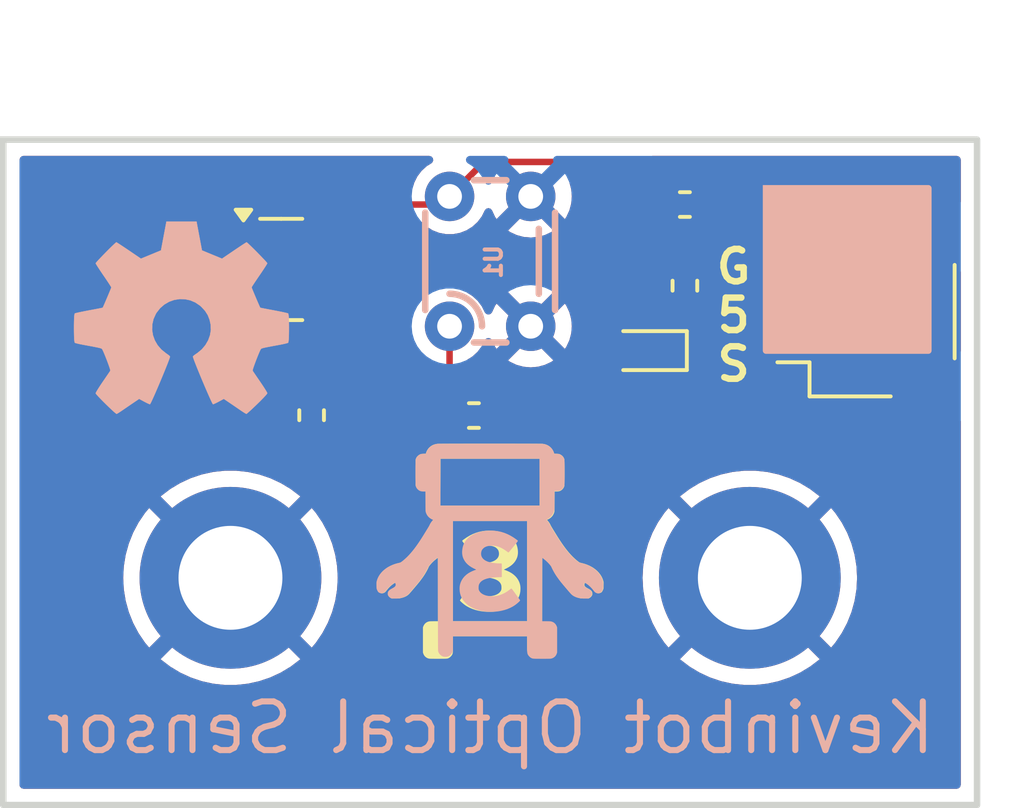
<source format=kicad_pcb>
(kicad_pcb (version 20240108) (generator "pcbnew") (generator_version "8.0")
  (layers (0 "F.Cu" signal) (31 "B.Cu" signal) (34 "B.Paste" user) (35 "F.Paste" user) (36 "B.SilkS" user "B.Silkscreen") (37 "F.SilkS" user "F.Silkscreen") (38 "B.Mask" user) (39 "F.Mask" user) (44 "Edge.Cuts" user))
  (net 0 "")
  (net 1 "GND")
  (net 2 "Net-(D1-K)")
  (net 3 "VCC")
  (net 4 "/OUT")
  (net 5 "Net-(Q1-G)")
  (net 6 "Net-(R1-Pad2)")
  (footprint "Connector_JST:JST_SH_SM03B-SRSS-TB_1x03-1MP_P1.00mm_Horizontal" (layer "F.Cu") (at 165.625 93.3 90)
    (property "Reference" "J1" (hide yes))
    (property "Value" "Conn_01x03_MountingPin")
    (pad "1" smd roundrect (at -1 -2 90) (size 0.6 1.55) (layers "F.Cu" "F.Paste" "F.Mask") (net 2 "Net-(D1-K)"))
    (pad "2" smd roundrect (at 0 -2 90) (size 0.6 1.55) (layers "F.Cu" "F.Paste" "F.Mask") (net 3 "VCC"))
    (pad "3" smd roundrect (at 1 -2 90) (size 0.6 1.55) (layers "F.Cu" "F.Paste" "F.Mask") (net 4 "/OUT"))
    (pad "MP" smd roundrect (at -2.3 1.875 90) (size 1.2 1.8) (layers "F.Cu" "F.Paste" "F.Mask") (roundrect_rratio 0.208333))
    (pad "MP" smd roundrect (at 2.3 1.875 90) (size 1.2 1.8) (layers "F.Cu" "F.Paste" "F.Mask") (roundrect_rratio 0.208333))
  )
  (footprint "MountingHole:MountingHole_3.2mm_M3_DIN965_Pad_TopBottom" (layer "F.Cu") (at 162 101.5)
    (property "Reference" "H2" (hide yes))
    (property "Value" "MountingHole_Pad" (hide yes))
    (pad "1" thru_hole circle (at 0 0) (size 3.6 3.6) (drill 3.2) (layers "*.Cu" "*.Mask") (net 1 "GND"))
    (pad "1" connect circle (at 0 0) (size 5.6 5.6) (layers "F.Cu" "F.Mask") (net 1 "GND"))
    (pad "1" connect circle (at 0 0) (size 5.6 5.6) (layers "B.Cu" "B.Mask") (net 1 "GND"))
  )
  (footprint "Resistor_SMD:R_0402_1005Metric" (layer "F.Cu") (at 153.5 96.5 180)
    (property "Reference" "R1" (hide yes))
    (property "Value" "330R")
    (pad "1" smd roundrect (at -0.51 0 180) (size 0.54 0.64) (layers "F.Cu" "F.Paste" "F.Mask") (net 3 "VCC"))
    (pad "2" smd roundrect (at 0.51 0 180) (size 0.54 0.64) (layers "F.Cu" "F.Paste" "F.Mask") (net 6 "Net-(R1-Pad2)"))
  )
  (footprint "Resistor_SMD:R_0402_1005Metric" (layer "F.Cu") (at 148.5 96.49 -90)
    (property "Reference" "R4" (hide yes))
    (property "Value" "10K")
    (pad "1" smd roundrect (at -0.51 0 270) (size 0.54 0.64) (layers "F.Cu" "F.Paste" "F.Mask") (net 4 "/OUT"))
    (pad "2" smd roundrect (at 0.51 0 270) (size 0.54 0.64) (layers "F.Cu" "F.Paste" "F.Mask") (net 3 "VCC"))
  )
  (footprint "Logo:Logo" (layer "F.Cu") (at 153.996759 100.5)
    (property "Reference" "G***" (hide yes))
    (property "Value" "LOGO" (hide yes))
  )
  (footprint "Resistor_SMD:R_0402_1005Metric" (layer "F.Cu") (at 160 92.5 90)
    (property "Reference" "R3" (hide yes))
    (property "Value" "56K")
    (pad "1" smd roundrect (at -0.51 0 90) (size 0.54 0.64) (layers "F.Cu" "F.Paste" "F.Mask") (net 2 "Net-(D1-K)"))
    (pad "2" smd roundrect (at 0.51 0 90) (size 0.54 0.64) (layers "F.Cu" "F.Paste" "F.Mask") (net 4 "/OUT"))
  )
  (footprint "Diode_SMD:D_SOD-523" (layer "F.Cu") (at 158.8 94.5 180)
    (property "Reference" "D1" (hide yes))
    (property "Value" "BAT54KFILM")
    (pad "1" smd roundrect (at -0.7 0) (size 0.6 0.7) (layers "F.Cu" "F.Paste" "F.Mask") (net 2 "Net-(D1-K)"))
    (pad "2" smd roundrect (at 0.7 0) (size 0.6 0.7) (layers "F.Cu" "F.Paste" "F.Mask") (net 1 "GND"))
  )
  (footprint "MountingHole:MountingHole_3.2mm_M3_DIN965_Pad_TopBottom" (layer "F.Cu") (at 146 101.5)
    (property "Reference" "H1" (hide yes))
    (property "Value" "MountingHole_Pad" (hide yes))
    (pad "1" thru_hole circle (at 0 0) (size 3.6 3.6) (drill 3.2) (layers "*.Cu" "*.Mask") (net 1 "GND"))
    (pad "1" connect circle (at 0 0) (size 5.6 5.6) (layers "F.Cu" "F.Mask") (net 1 "GND"))
    (pad "1" connect circle (at 0 0) (size 5.6 5.6) (layers "B.Cu" "B.Mask") (net 1 "GND"))
  )
  (footprint "Resistor_SMD:R_0402_1005Metric" (layer "F.Cu") (at 160 90 180)
    (property "Reference" "R2" (hide yes))
    (property "Value" "10K")
    (pad "1" smd roundrect (at -0.51 0 180) (size 0.54 0.64) (layers "F.Cu" "F.Paste" "F.Mask") (net 3 "VCC"))
    (pad "2" smd roundrect (at 0.51 0 180) (size 0.54 0.64) (layers "F.Cu" "F.Paste" "F.Mask") (net 5 "Net-(Q1-G)"))
  )
  (footprint "Package_TO_SOT_SMD:SOT-23" (layer "F.Cu") (at 147.5625 92)
    (property "Reference" "Q1" (hide yes))
    (property "Value" "T2N7002AK")
    (pad "1" smd roundrect (at -0.9375 -0.95) (size 1.475 0.6) (layers "F.Cu" "F.Paste" "F.Mask") (net 5 "Net-(Q1-G)"))
    (pad "2" smd roundrect (at -0.9375 0.95) (size 1.475 0.6) (layers "F.Cu" "F.Paste" "F.Mask") (net 1 "GND"))
    (pad "3" smd roundrect (at 0.9375 0) (size 1.475 0.6) (layers "F.Cu" "F.Paste" "F.Mask") (net 4 "/OUT"))
  )
  (footprint "Symbol:OSHW-Symbol_6.7x6mm_SilkScreen" (layer "B.Cu") (at 144.5 93.5 180)
    (property "Reference" "REF**" (hide yes))
    (property "Value" "OSHW-Symbol_6.7x6mm_SilkScreen" (hide yes))
  )
  (footprint "Logo:Logo" (layer "B.Cu") (at 153.996759 100.5 180)
    (property "Reference" "G***" (hide yes))
    (property "Value" "LOGO" (hide yes))
  )
  (footprint "OmronSensors:IR-EE-SX1103" (layer "B.Cu") (at 154 91.75 90)
    (property "Reference" "U1" (at -0.0162 0.106 90) (layer "B.SilkS") (effects (font (size 0.5 0.5) (thickness 0.125)) (justify mirror)))
    (property "Value" "EE_SX1103")
    (pad "1" thru_hole circle (at -2 -1.25 90) (size 1.524 1.524) (drill 0.762) (layers "*.Cu" "*.Mask") (net 6 "Net-(R1-Pad2)"))
    (pad "2" thru_hole circle (at -2 1.25 90) (size 1.524 1.524) (drill 0.762) (layers "*.Cu" "*.Mask") (net 1 "GND"))
    (pad "3" thru_hole circle (at 2 1.25 90) (size 1.524 1.524) (drill 0.762) (layers "*.Cu" "*.Mask") (net 1 "GND"))
    (pad "4" thru_hole circle (at 2 -1.25 90) (size 1.524 1.524) (drill 0.762) (layers "*.Cu" "*.Mask") (net 5 "Net-(Q1-G)"))
  )
  (gr_rect (start 162.5 89.5) (end 167.5 94.5) (stroke (width 0.2)) (fill solid) (layer "B.SilkS"))
  (gr_rect (start 139 88) (end 169 108.5) (stroke (width 0.2)) (fill none) (layer "Edge.Cuts"))
  (gr_text "Kevinbot Optical Sensor" (at 167.809822 107 -0) (layer "B.SilkS") (effects (font (size 1.5 1.5) (thickness 0.1875)) (justify left bottom mirror)))
  (gr_text "5" (at 161.5 94 0) (layer "F.SilkS") (effects (font (size 1 1) (thickness 0.2) (bold yes)) (justify bottom)))
  (gr_text "S" (at 161.5 95.5 0) (layer "F.SilkS") (effects (font (size 1 1) (thickness 0.2) (bold yes)) (justify bottom)))
  (gr_text "G" (at 161.5 92.5 0) (layer "F.SilkS") (effects (font (size 1 1) (thickness 0.2) (bold yes)) (justify bottom)))
  (segment (start 162 94.5) (end 159.5 94.5) (width 0.2) (layer "F.Cu") (net 2))
  (segment (start 160 94) (end 159.5 94.5) (width 0.2) (layer "F.Cu") (net 2))
  (segment (start 160 93.01) (end 160 94) (width 0.2) (layer "F.Cu") (net 2))
  (segment (start 163.625 94.3) (end 162.2 94.3) (width 0.2) (layer "F.Cu") (net 2))
  (segment (start 162.2 94.3) (end 162 94.5) (width 0.2) (layer "F.Cu") (net 2))
  (segment (start 165 93.900001) (end 164.399999 93.3) (width 0.2) (layer "F.Cu") (net 3))
  (segment (start 154.01 96.5) (end 163.5 96.5) (width 0.2) (layer "F.Cu") (net 3))
  (segment (start 164.399999 93.3) (end 163.625 93.3) (width 0.2) (layer "F.Cu") (net 3))
  (segment (start 163.5 96.5) (end 165 95) (width 0.2) (layer "F.Cu") (net 3))
  (segment (start 165 95) (end 165 93.900001) (width 0.2) (layer "F.Cu") (net 3))
  (segment (start 165 92.259448) (end 165 93.900001) (width 0.2) (layer "F.Cu") (net 3))
  (segment (start 149 97.5) (end 153.01 97.5) (width 0.2) (layer "F.Cu") (net 3))
  (segment (start 160.51 90) (end 162.740552 90) (width 0.2) (layer "F.Cu") (net 3))
  (segment (start 162.740552 90) (end 165 92.259448) (width 0.2) (layer "F.Cu") (net 3))
  (segment (start 148.5 97) (end 149 97.5) (width 0.2) (layer "F.Cu") (net 3))
  (segment (start 153.01 97.5) (end 154.01 96.5) (width 0.2) (layer "F.Cu") (net 3))
  (segment (start 159.5 92) (end 148.5 92) (width 0.2) (layer "F.Cu") (net 4))
  (segment (start 163.315 91.99) (end 163.625 92.3) (width 0.2) (layer "F.Cu") (net 4))
  (segment (start 160 91.99) (end 163.315 91.99) (width 0.2) (layer "F.Cu") (net 4))
  (segment (start 159.51 91.99) (end 159.5 92) (width 0.2) (layer "F.Cu") (net 4))
  (segment (start 148.5 95.98) (end 148.5 92) (width 0.2) (layer "F.Cu") (net 4))
  (segment (start 160 91.99) (end 159.51 91.99) (width 0.2) (layer "F.Cu") (net 4))
  (segment (start 146.625 90.875) (end 147.5 90) (width 0.2) (layer "F.Cu") (net 5))
  (segment (start 159.49 90) (end 159.49 89.99) (width 0.2) (layer "F.Cu") (net 5))
  (segment (start 152.5 90) (end 152.75 89.75) (width 0.2) (layer "F.Cu") (net 5))
  (segment (start 158.188 88.688) (end 153.812 88.688) (width 0.2) (layer "F.Cu") (net 5))
  (segment (start 159.49 89.99) (end 158.188 88.688) (width 0.2) (layer "F.Cu") (net 5))
  (segment (start 147.5 90) (end 152.5 90) (width 0.2) (layer "F.Cu") (net 5))
  (segment (start 153.812 88.688) (end 152.75 89.75) (width 0.2) (layer "F.Cu") (net 5))
  (segment (start 146.625 91.05) (end 146.625 90.875) (width 0.2) (layer "F.Cu") (net 5))
  (segment (start 152.75 96.26) (end 152.99 96.5) (width 0.2) (layer "F.Cu") (net 6))
  (segment (start 152.75 93.75) (end 152.75 96.26) (width 0.2) (layer "F.Cu") (net 6))
  (zone (net 1) (net_name "GND") (layers "F&B.Cu") (connect_pads (clearance 0.4)) (min_thickness 0.25) (fill yes (thermal_gap 0.5) (thermal_bridge_width 0.5))
    (polygon (pts (xy 139.5 88.5) (xy 168.5 88.5) (xy 168.5 108) (xy 139.5 108)))
  )
)
</source>
